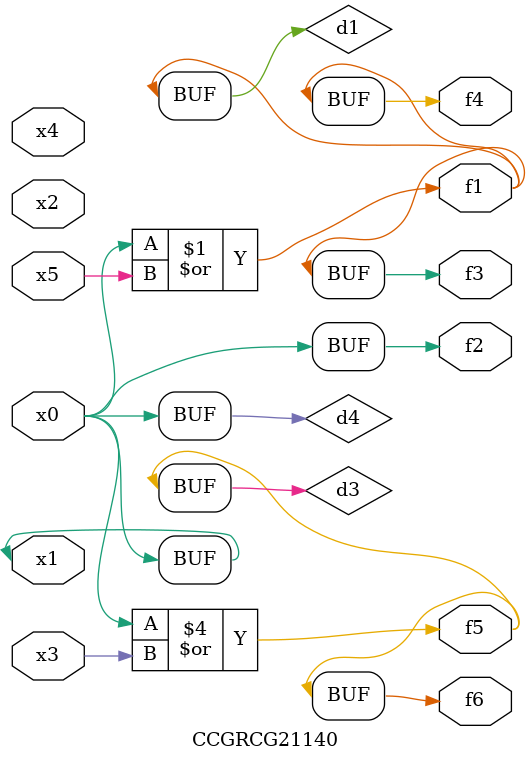
<source format=v>
module CCGRCG21140(
	input x0, x1, x2, x3, x4, x5,
	output f1, f2, f3, f4, f5, f6
);

	wire d1, d2, d3, d4;

	or (d1, x0, x5);
	xnor (d2, x1, x4);
	or (d3, x0, x3);
	buf (d4, x0, x1);
	assign f1 = d1;
	assign f2 = d4;
	assign f3 = d1;
	assign f4 = d1;
	assign f5 = d3;
	assign f6 = d3;
endmodule

</source>
